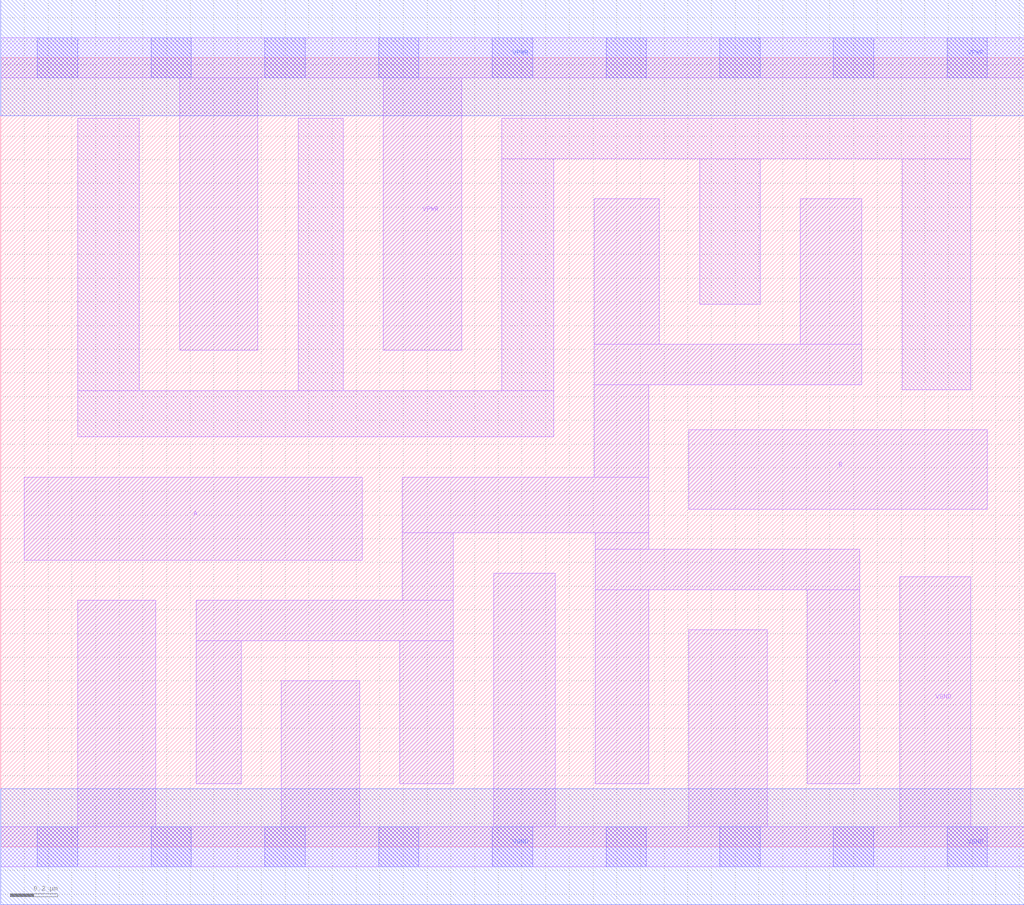
<source format=lef>
# Copyright 2020 The SkyWater PDK Authors
#
# Licensed under the Apache License, Version 2.0 (the "License");
# you may not use this file except in compliance with the License.
# You may obtain a copy of the License at
#
#     https://www.apache.org/licenses/LICENSE-2.0
#
# Unless required by applicable law or agreed to in writing, software
# distributed under the License is distributed on an "AS IS" BASIS,
# WITHOUT WARRANTIES OR CONDITIONS OF ANY KIND, either express or implied.
# See the License for the specific language governing permissions and
# limitations under the License.
#
# SPDX-License-Identifier: Apache-2.0

VERSION 5.7 ;
  NAMESCASESENSITIVE ON ;
  NOWIREEXTENSIONATPIN ON ;
  DIVIDERCHAR "/" ;
  BUSBITCHARS "[]" ;
UNITS
  DATABASE MICRONS 200 ;
END UNITS
MACRO sky130_fd_sc_lp__nor2_4
  CLASS CORE ;
  SOURCE USER ;
  FOREIGN sky130_fd_sc_lp__nor2_4 ;
  ORIGIN  0.000000  0.000000 ;
  SIZE  4.320000 BY  3.330000 ;
  SYMMETRY X Y R90 ;
  SITE unit ;
  PIN A
    ANTENNAGATEAREA  1.260000 ;
    DIRECTION INPUT ;
    USE SIGNAL ;
    PORT
      LAYER li1 ;
        RECT 0.100000 1.210000 1.525000 1.560000 ;
    END
  END A
  PIN B
    ANTENNAGATEAREA  1.260000 ;
    DIRECTION INPUT ;
    USE SIGNAL ;
    PORT
      LAYER li1 ;
        RECT 2.905000 1.425000 4.165000 1.760000 ;
    END
  END B
  PIN Y
    ANTENNADIFFAREA  1.646400 ;
    DIRECTION OUTPUT ;
    USE SIGNAL ;
    PORT
      LAYER li1 ;
        RECT 0.825000 0.265000 1.015000 0.870000 ;
        RECT 0.825000 0.870000 1.910000 1.040000 ;
        RECT 1.685000 0.265000 1.910000 0.870000 ;
        RECT 1.695000 1.040000 1.910000 1.325000 ;
        RECT 1.695000 1.325000 2.735000 1.560000 ;
        RECT 2.505000 1.560000 2.735000 1.950000 ;
        RECT 2.505000 1.950000 3.635000 2.120000 ;
        RECT 2.505000 2.120000 2.780000 2.735000 ;
        RECT 2.510000 0.265000 2.735000 1.085000 ;
        RECT 2.510000 1.085000 3.625000 1.255000 ;
        RECT 2.510000 1.255000 2.735000 1.325000 ;
        RECT 3.375000 2.120000 3.635000 2.735000 ;
        RECT 3.405000 0.265000 3.625000 1.085000 ;
    END
  END Y
  PIN VGND
    DIRECTION INOUT ;
    USE GROUND ;
    PORT
      LAYER li1 ;
        RECT 0.000000 -0.085000 4.320000 0.085000 ;
        RECT 0.325000  0.085000 0.655000 1.040000 ;
        RECT 1.185000  0.085000 1.515000 0.700000 ;
        RECT 2.080000  0.085000 2.340000 1.155000 ;
        RECT 2.905000  0.085000 3.235000 0.915000 ;
        RECT 3.795000  0.085000 4.095000 1.140000 ;
      LAYER mcon ;
        RECT 0.155000 -0.085000 0.325000 0.085000 ;
        RECT 0.635000 -0.085000 0.805000 0.085000 ;
        RECT 1.115000 -0.085000 1.285000 0.085000 ;
        RECT 1.595000 -0.085000 1.765000 0.085000 ;
        RECT 2.075000 -0.085000 2.245000 0.085000 ;
        RECT 2.555000 -0.085000 2.725000 0.085000 ;
        RECT 3.035000 -0.085000 3.205000 0.085000 ;
        RECT 3.515000 -0.085000 3.685000 0.085000 ;
        RECT 3.995000 -0.085000 4.165000 0.085000 ;
      LAYER met1 ;
        RECT 0.000000 -0.245000 4.320000 0.245000 ;
    END
  END VGND
  PIN VPWR
    DIRECTION INOUT ;
    USE POWER ;
    PORT
      LAYER li1 ;
        RECT 0.000000 3.245000 4.320000 3.415000 ;
        RECT 0.755000 2.095000 1.085000 3.245000 ;
        RECT 1.615000 2.095000 1.945000 3.245000 ;
      LAYER mcon ;
        RECT 0.155000 3.245000 0.325000 3.415000 ;
        RECT 0.635000 3.245000 0.805000 3.415000 ;
        RECT 1.115000 3.245000 1.285000 3.415000 ;
        RECT 1.595000 3.245000 1.765000 3.415000 ;
        RECT 2.075000 3.245000 2.245000 3.415000 ;
        RECT 2.555000 3.245000 2.725000 3.415000 ;
        RECT 3.035000 3.245000 3.205000 3.415000 ;
        RECT 3.515000 3.245000 3.685000 3.415000 ;
        RECT 3.995000 3.245000 4.165000 3.415000 ;
      LAYER met1 ;
        RECT 0.000000 3.085000 4.320000 3.575000 ;
    END
  END VPWR
  OBS
    LAYER li1 ;
      RECT 0.325000 1.730000 2.335000 1.925000 ;
      RECT 0.325000 1.925000 0.585000 3.075000 ;
      RECT 1.255000 1.925000 1.445000 3.075000 ;
      RECT 2.115000 1.925000 2.335000 2.905000 ;
      RECT 2.115000 2.905000 4.095000 3.075000 ;
      RECT 2.950000 2.290000 3.205000 2.905000 ;
      RECT 3.805000 1.930000 4.095000 2.905000 ;
  END
END sky130_fd_sc_lp__nor2_4

</source>
